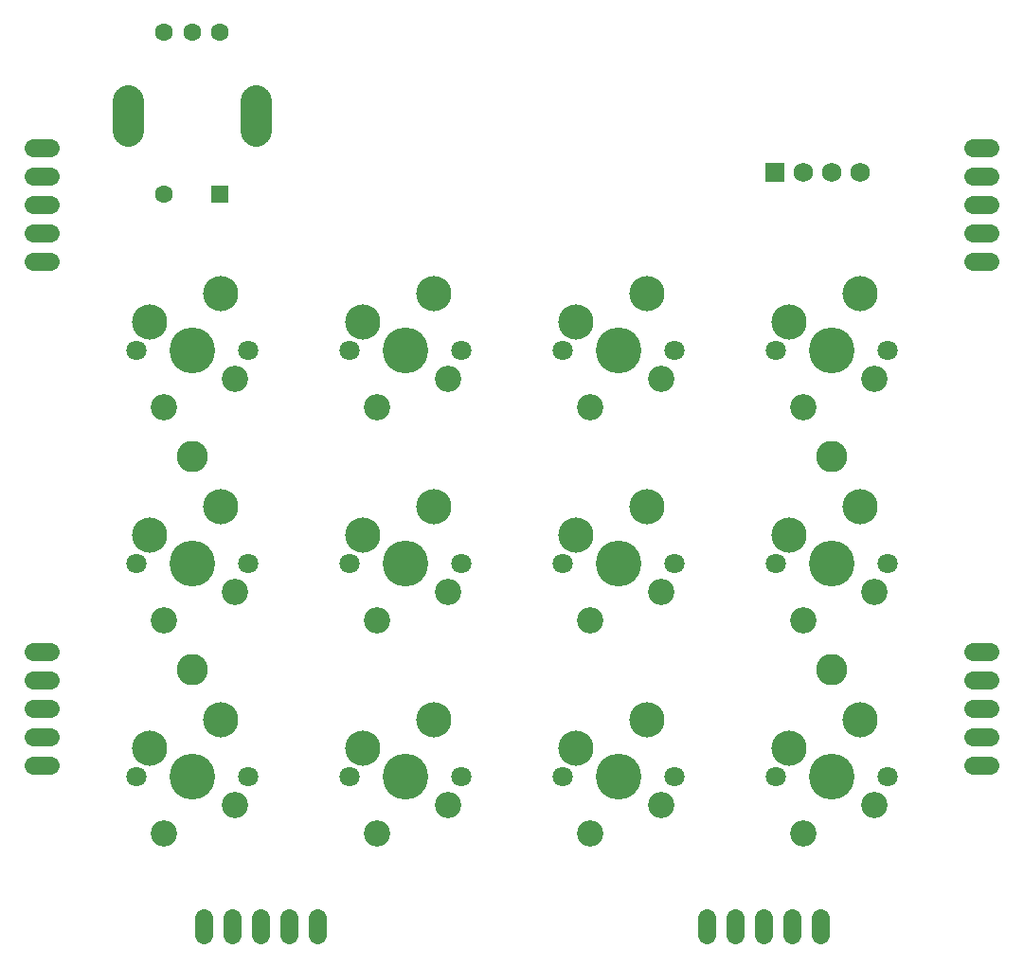
<source format=gbr>
G04 EAGLE Gerber RS-274X export*
G75*
%MOMM*%
%FSLAX34Y34*%
%LPD*%
%INSoldermask Top*%
%IPPOS*%
%AMOC8*
5,1,8,0,0,1.08239X$1,22.5*%
G01*
G04 Define Apertures*
%ADD10C,2.801600*%
%ADD11C,1.601600*%
%ADD12R,1.601600X1.601600*%
%ADD13C,2.801600*%
%ADD14R,1.751600X1.751600*%
%ADD15C,1.751600*%
%ADD16C,2.351600*%
%ADD17C,4.089400*%
%ADD18C,1.801600*%
%ADD19C,3.149600*%
%ADD20C,1.625600*%
D10*
X285750Y0D03*
X-285750Y0D03*
X-285750Y-190500D03*
X285750Y-190500D03*
D11*
X-310950Y234546D03*
D12*
X-260950Y234546D03*
D11*
X-260950Y379546D03*
X-285950Y379546D03*
X-310950Y379546D03*
D13*
X-228950Y318046D02*
X-228950Y291046D01*
X-342950Y291046D02*
X-342950Y318046D01*
D14*
X234950Y254000D03*
D15*
X260350Y254000D03*
X285750Y254000D03*
X311150Y254000D03*
D16*
X-310850Y-336550D03*
X-247650Y-311150D03*
D17*
X-285750Y-285750D03*
D18*
X-335750Y-285750D03*
X-235750Y-285750D03*
D19*
X-260350Y-234950D03*
X-323850Y-260350D03*
D16*
X-120550Y44450D03*
X-57350Y69850D03*
D17*
X-95450Y95250D03*
D18*
X-145450Y95250D03*
X-45450Y95250D03*
D19*
X-70050Y146050D03*
X-133550Y120650D03*
D16*
X69950Y44450D03*
X133150Y69850D03*
D17*
X95050Y95250D03*
D18*
X45050Y95250D03*
X145050Y95250D03*
D19*
X120450Y146050D03*
X56950Y120650D03*
D16*
X260450Y44450D03*
X323650Y69850D03*
D17*
X285550Y95250D03*
D18*
X235550Y95250D03*
X335550Y95250D03*
D19*
X310950Y146050D03*
X247450Y120650D03*
D16*
X-120350Y-336550D03*
X-57150Y-311150D03*
D17*
X-95250Y-285750D03*
D18*
X-145250Y-285750D03*
X-45250Y-285750D03*
D19*
X-69850Y-234950D03*
X-133350Y-260350D03*
D16*
X70150Y-336550D03*
X133350Y-311150D03*
D17*
X95250Y-285750D03*
D18*
X45250Y-285750D03*
X145250Y-285750D03*
D19*
X120650Y-234950D03*
X57150Y-260350D03*
D16*
X260650Y-336550D03*
X323850Y-311150D03*
D17*
X285750Y-285750D03*
D18*
X235750Y-285750D03*
X335750Y-285750D03*
D19*
X311150Y-234950D03*
X247650Y-260350D03*
D16*
X-310850Y-146050D03*
X-247650Y-120650D03*
D17*
X-285750Y-95250D03*
D18*
X-335750Y-95250D03*
X-235750Y-95250D03*
D19*
X-260350Y-44450D03*
X-323850Y-69850D03*
D16*
X-120350Y-146050D03*
X-57150Y-120650D03*
D17*
X-95250Y-95250D03*
D18*
X-145250Y-95250D03*
X-45250Y-95250D03*
D19*
X-69850Y-44450D03*
X-133350Y-69850D03*
D16*
X70150Y-146050D03*
X133350Y-120650D03*
D17*
X95250Y-95250D03*
D18*
X45250Y-95250D03*
X145250Y-95250D03*
D19*
X120650Y-44450D03*
X57150Y-69850D03*
D16*
X260650Y-146050D03*
X323850Y-120650D03*
D17*
X285750Y-95250D03*
D18*
X235750Y-95250D03*
X335750Y-95250D03*
D19*
X311150Y-44450D03*
X247650Y-69850D03*
D16*
X-311050Y44450D03*
X-247850Y69850D03*
D17*
X-285950Y95250D03*
D18*
X-335950Y95250D03*
X-235950Y95250D03*
D19*
X-260550Y146050D03*
X-324050Y120650D03*
D20*
X-412380Y174200D02*
X-427620Y174200D01*
X-427620Y199600D02*
X-412380Y199600D01*
X-412380Y225000D02*
X-427620Y225000D01*
X-427620Y250400D02*
X-412380Y250400D01*
X-412380Y275800D02*
X-427620Y275800D01*
X-427520Y-275800D02*
X-412280Y-275800D01*
X-412280Y-250400D02*
X-427520Y-250400D01*
X-427520Y-225000D02*
X-412280Y-225000D01*
X-412280Y-199600D02*
X-427520Y-199600D01*
X-427520Y-174200D02*
X-412280Y-174200D01*
X412370Y-174200D02*
X427610Y-174200D01*
X427610Y-199600D02*
X412370Y-199600D01*
X412370Y-225000D02*
X427610Y-225000D01*
X427610Y-250400D02*
X412370Y-250400D01*
X412370Y-275800D02*
X427610Y-275800D01*
X-174200Y-412380D02*
X-174200Y-427620D01*
X-199600Y-427620D02*
X-199600Y-412380D01*
X-225000Y-412380D02*
X-225000Y-427620D01*
X-250400Y-427620D02*
X-250400Y-412380D01*
X-275800Y-412380D02*
X-275800Y-427620D01*
X275800Y-427620D02*
X275800Y-412380D01*
X250400Y-412380D02*
X250400Y-427620D01*
X225000Y-427620D02*
X225000Y-412380D01*
X199600Y-412380D02*
X199600Y-427620D01*
X174200Y-427620D02*
X174200Y-412380D01*
X412380Y275800D02*
X427620Y275800D01*
X427620Y250400D02*
X412380Y250400D01*
X412380Y225000D02*
X427620Y225000D01*
X427620Y199600D02*
X412380Y199600D01*
X412380Y174200D02*
X427620Y174200D01*
M02*

</source>
